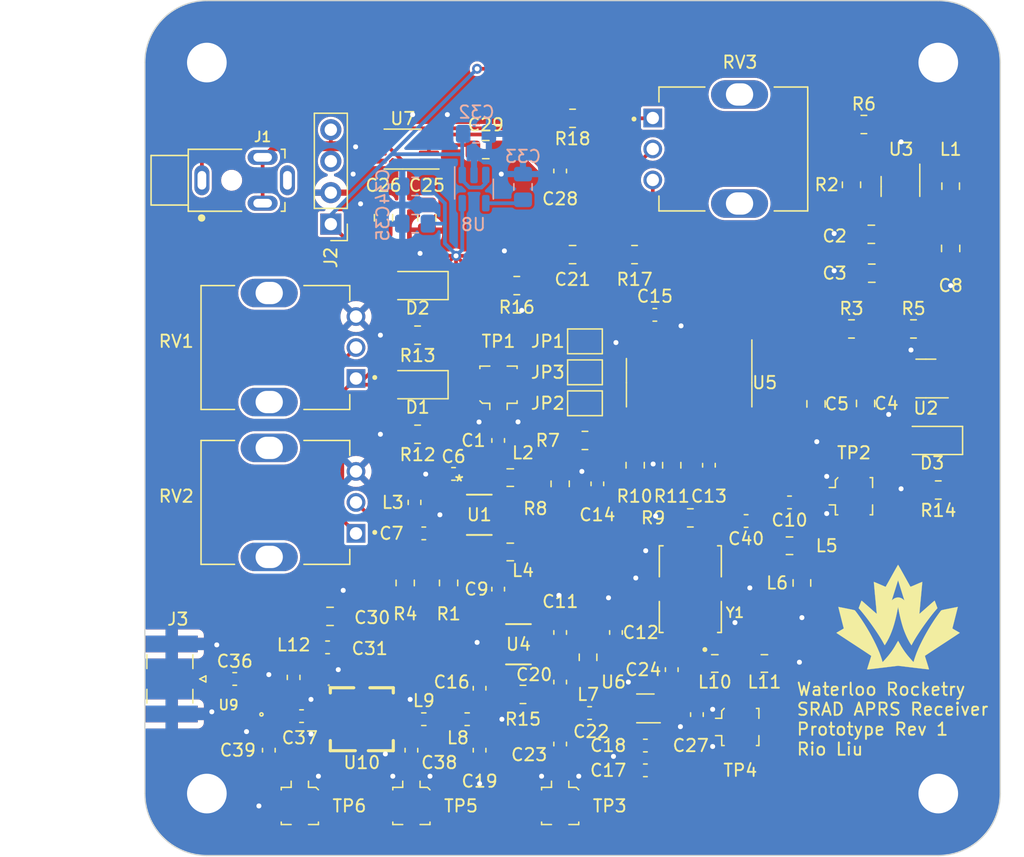
<source format=kicad_pcb>
(kicad_pcb (version 20221018) (generator pcbnew)
  (layers (0 "F.Cu" signal) (31 "B.Cu" signal) (34 "B.Paste" user) (35 "F.Paste" user) (36 "B.SilkS" user "B.Silkscreen") (37 "F.SilkS" user "F.Silkscreen") (38 "B.Mask" user) (39 "F.Mask" user) (44 "Edge.Cuts" user))
  (net 0 "")
  (net 1 "Net-(U1-OUT+)")
  (net 2 "Net-(U2-EN)")
  (net 3 "GND")
  (net 4 "+6V")
  (net 5 "+3V3")
  (net 6 "Net-(U1-TUNE)")
  (net 7 "+5V")
  (net 8 "Net-(U1-OUT-)")
  (net 9 "Net-(TP1-In)")
  (net 10 "Net-(TP2-In)")
  (net 11 "Net-(Y1-OUT{slash}IN)")
  (net 12 "Net-(U5-SigIn)")
  (net 13 "Net-(U5-VCOin)")
  (net 14 "Net-(C14-Pad2)")
  (net 15 "Net-(U5-C1)")
  (net 16 "Net-(U5-C2)")
  (net 17 "Net-(C16-Pad1)")
  (net 18 "Net-(U4-RFIN)")
  (net 19 "Net-(U4-IFOUT)")
  (net 20 "Net-(C20-Pad2)")
  (net 21 "Net-(C21-Pad1)")
  (net 22 "Net-(U5-SFout)")
  (net 23 "Net-(C22-Pad2)")
  (net 24 "Net-(TP3-In)")
  (net 25 "Net-(C24-Pad1)")
  (net 26 "Net-(Y1-IN{slash}OUT)")
  (net 27 "Net-(TP4-In)")
  (net 28 "Net-(U7--)")
  (net 29 "/AFOUT_N")
  (net 30 "Net-(U7-+)")
  (net 31 "Net-(U8-BP)")
  (net 32 "Net-(J3-In)")
  (net 33 "Net-(U9-IN)")
  (net 34 "Net-(U9-OUT)")
  (net 35 "Net-(U10-IN)")
  (net 36 "Net-(U10-OUT)")
  (net 37 "Net-(TP5-In)")
  (net 38 "Net-(TP6-In)")
  (net 39 "Net-(D1-K)")
  (net 40 "Net-(D2-K)")
  (net 41 "Net-(D3-K)")
  (net 43 "/AFOUT_P")
  (net 44 "Net-(JP1-A)")
  (net 45 "Net-(JP1-B)")
  (net 46 "Net-(JP2-A)")
  (net 47 "Net-(JP3-A)")
  (net 48 "Net-(U3-SW)")
  (net 49 "Net-(U1-IND)")
  (net 50 "Net-(L5-Pad2)")
  (net 51 "Net-(L8-Pad2)")
  (net 52 "Net-(L10-Pad2)")
  (net 53 "Net-(R1-Pad1)")
  (net 54 "Net-(U3-FB)")
  (net 55 "Net-(U2-ADJ)")
  (net 56 "Net-(R4-Pad1)")
  (net 57 "Net-(U5-R1)")
  (net 58 "Net-(U5-R2)")
  (net 59 "Net-(R17-Pad2)")
  (net 60 "Net-(R18-Pad1)")
  (net 62 "Net-(U5-FOUT)")
  (net 63 "Net-(U4-LO)")
  (net 64 "Net-(C10-Pad2)")
  (footprint "Capacitor_SMD:C_0603_1608Metric_Pad1.08x0.95mm_HandSolder" (layer "F.Cu") (at 93.375 141.125 180)
    (fp_text reference "C18")
    (fp_text value "470pF")
  )
  (footprint "Connector_Coaxial:U.FL_Molex_MCRF_73412-0110_Vertical" (layer "F.Cu") (at 101.03125 139.625 -90)
    (fp_text reference "TP4")
    (fp_text value "Conn_Coaxial")
  )
  (footprint "Capacitor_SMD:C_0805_2012Metric_Pad1.18x1.45mm_HandSolder" (layer "F.Cu") (at 111.6375 103 180)
    (fp_text reference "C3")
    (fp_text value "10uF")
  )
  (footprint "Capacitor_SMD:C_0603_1608Metric_Pad1.08x0.95mm_HandSolder" (layer "F.Cu") (at 91 132 90)
    (fp_text reference "C12")
    (fp_text value "1nF")
  )
  (footprint "Resistor_SMD:R_0805_2012Metric_Pad1.20x1.40mm_HandSolder" (layer "F.Cu") (at 117 120.5 180)
    (fp_text reference "R14")
    (fp_text value "600")
  )
  (footprint "Jumper:SolderJumper-2_P1.3mm_Open_TrianglePad1.0x1.5mm" (layer "F.Cu") (at 88.5 113.5 180)
    (fp_text reference "JP2")
    (fp_text value "SolderJumper_2_Bridged")
  )
  (footprint "Resistor_SMD:R_0805_2012Metric_Pad1.20x1.40mm_HandSolder" (layer "F.Cu") (at 77.5 128 90)
    (fp_text reference "R1")
    (fp_text value "100k")
  )
  (footprint "Capacitor_SMD:C_0603_1608Metric_Pad1.08x0.95mm_HandSolder" (layer "F.Cu") (at 95.5 135 90)
    (fp_text reference "C24")
    (fp_text value "24pF")
  )
  (footprint "Resistor_SMD:R_0805_2012Metric_Pad1.20x1.40mm_HandSolder" (layer "F.Cu") (at 88.5 116.5)
    (fp_text reference "R7")
    (fp_text value "47k")
  )
  (footprint "Capacitor_SMD:C_0603_1608Metric_Pad1.08x0.95mm_HandSolder" (layer "F.Cu") (at 74.5 141.5 -90)
    (fp_text reference "C38")
    (fp_text value "1nF")
  )
  (footprint "Inductor_SMD:L_0805_2012Metric_Pad1.15x1.40mm_HandSolder" (layer "F.Cu") (at 118 95.975 90)
    (fp_text reference "L1")
    (fp_text value "10uH")
  )
  (footprint "Capacitor_SMD:C_0603_1608Metric_Pad1.08x0.95mm_HandSolder" (layer "F.Cu") (at 63 141.5 90)
    (fp_text reference "C39")
    (fp_text value "1nF")
  )
  (footprint "Inductor_SMD:L_0603_1608Metric_Pad1.05x0.95mm_HandSolder" (layer "F.Cu") (at 74.75 121.5 -90)
    (fp_text reference "L3")
    (fp_text value "15nH")
  )
  (footprint "Inductor_SMD:L_0805_2012Metric_Pad1.15x1.40mm_HandSolder" (layer "F.Cu") (at 82.475 119.5)
    (fp_text reference "L2")
    (fp_text value "68nH")
  )
  (footprint "Capacitor_SMD:C_0603_1608Metric_Pad1.08x0.95mm_HandSolder" (layer "F.Cu") (at 97.53125 138.625 -90)
    (fp_text reference "C27")
    (fp_text value "1nF")
  )
  (footprint "Inductor_SMD:L_0805_2012Metric_Pad1.15x1.40mm_HandSolder" (layer "F.Cu") (at 82.475 125.5 180)
    (fp_text reference "L4")
    (fp_text value "68nH")
  )
  (footprint "Resistor_SMD:R_0805_2012Metric_Pad1.20x1.40mm_HandSolder" (layer "F.Cu") (at 75 108 180)
    (fp_text reference "R13")
    (fp_text value "500")
  )
  (footprint "Capacitor_SMD:C_0805_2012Metric_Pad1.18x1.45mm_HandSolder" (layer "F.Cu") (at 111.1375 113.5125 -90)
    (fp_text reference "C4")
    (fp_text value "1uF")
  )
  (footprint "Capacitor_SMD:C_0805_2012Metric_Pad1.18x1.45mm_HandSolder" (layer "F.Cu") (at 72.25 98.525 -90)
    (fp_text reference "C26")
    (fp_text value "10uF")
  )
  (footprint "Capacitor_SMD:C_0603_1608Metric_Pad1.08x0.95mm_HandSolder" (layer "F.Cu") (at 80 136.5 90)
    (fp_text reference "C16")
    (fp_text value "270pF")
  )
  (footprint "Resistor_SMD:R_0805_2012Metric_Pad1.20x1.40mm_HandSolder" (layer "F.Cu") (at 97 122.75 180)
    (fp_text reference "R9")
    (fp_text value "2k")
  )
  (footprint "Capacitor_SMD:C_0603_1608Metric_Pad1.08x0.95mm_HandSolder" (layer "F.Cu") (at 77.9 119.2 180)
    (fp_text reference "C6")
    (fp_text value "100pF")
  )
  (footprint "Inductor_SMD:L_0805_2012Metric_Pad1.15x1.40mm_HandSolder" (layer "F.Cu") (at 105 125)
    (fp_text reference "L5")
    (fp_text value "1.2uH")
  )
  (footprint "Jumper:SolderJumper-2_P1.3mm_Open_TrianglePad1.0x1.5mm" (layer "F.Cu") (at 88.5 111 180)
    (fp_text reference "JP3")
    (fp_text value "SolderJumper_2_Open")
  )
  (footprint "Capacitor_SMD:C_0603_1608Metric_Pad1.08x0.95mm_HandSolder" (layer "F.Cu") (at 86.5 94.75 90)
    (fp_text reference "C28")
    (fp_text value "24pF")
  )
  (footprint "Connector_Coaxial:U.FL_Molex_MCRF_73412-0110_Vertical" (layer "F.Cu") (at 81.525 112)
    (fp_text reference "TP1")
    (fp_text value "Conn_Coaxial")
  )
  (footprint "Resistor_SMD:R_0805_2012Metric_Pad1.20x1.40mm_HandSolder" (layer "F.Cu") (at 83.5 137 180)
    (fp_text reference "R15")
    (fp_text value "DNI")
  )
  (footprint "Connector_Coaxial:U.FL_Molex_MCRF_73412-0110_Vertical" (layer "F.Cu") (at 65.5 146 180)
    (fp_text reference "TP6")
    (fp_text value "Conn_Coaxial")
  )
  (footprint "Capacitor_SMD:C_0805_2012Metric_Pad1.18x1.45mm_HandSolder" (layer "F.Cu") (at 118 101 -90)
    (fp_text reference "C8")
    (fp_text value "10uF")
  )
  (footprint "Capacitor_SMD:C_0603_1608Metric_Pad1.08x0.95mm_HandSolder" (layer "F.Cu") (at 81.5 128.5 -90)
    (fp_text reference "C9")
    (fp_text value "1pF")
  )
  (footprint "Capacitor_SMD:C_0603_1608Metric_Pad1.08x0.95mm_HandSolder" (layer "F.Cu") (at 67.7375 133.2 180)
    (fp_text reference "C31")
    (fp_text value "100pF")
  )
  (footprint "PSA4-5043:PSA4-5043" (layer "F.Cu") (at 62.15 137.85 90)
    (fp_text reference "U9")
    (fp_text value "PSA4-5043")
  )
  (footprint "LED_SMD:LED_1206_3216Metric_Pad1.42x1.75mm_HandSolder" (layer "F.Cu") (at 75 104 180)
    (fp_text reference "D2")
    (fp_text value "LED")
  )
  (footprint "Inductor_SMD:L_0805_2012Metric_Pad1.15x1.40mm_HandSolder" (layer "F.Cu") (at 98.975 134.5)
    (fp_text reference "L10")
    (fp_text value "1.2uH")
  )
  (footprint "MAX2608EUT:21-0058I_MXM" (layer "F.Cu") (at 79.975 122.5)
    (fp_text reference "U1")
    (fp_text value "MAX2608EUT+T")
  )
  (footprint "Capacitor_SMD:C_0603_1608Metric_Pad1.08x0.95mm_HandSolder" (layer "F.Cu") (at 86.5 132 90)
    (fp_text reference "C11")
    (fp_text value "1nF")
  )
  (footprint "Inductor_SMD:L_0603_1608Metric_Pad1.05x0.95mm_HandSolder" (layer "F.Cu") (at 79 139 180)
    (fp_text reference "L8")
    (fp_text value "43nH")
  )
  (footprint "Capacitor_SMD:C_0603_1608Metric_Pad1.08x0.95mm_HandSolder" (layer "F.Cu") (at 88.875 138.5)
    (fp_text reference "C22")
    (fp_text value "1nF")
  )
  (footprint "MountingHole:MountingHole_3.2mm_M3_Pad_TopBottom" (layer "F.Cu") (at 58 145)
    (fp_text reference "H4" hide)
    (fp_text value "MountingHole_Pad")
  )
  (footprint "Package_TO_SOT_SMD:SOT-23-5" (layer "F.Cu") (at 116 111.5 180)
    (fp_text reference "U2")
    (fp_text value "SPX3819M5-L")
  )
  (footprint "Capacitor_SMD:C_0805_2012Metric_Pad1.18x1.45mm_HandSolder" (layer "F.Cu") (at 80.5 93.025 180)
    (fp_text reference "C29")
    (fp_text value "0.47uF")
  )
  (footprint "LED_SMD:LED_1206_3216Metric_Pad1.42x1.75mm_HandSolder" (layer "F.Cu") (at 116.5 116.5 180)
    (fp_text reference "D3")
    (fp_text value "LED")
  )
  (footprint "Connector_Coaxial:U.FL_Molex_MCRF_73412-0110_Vertical" (layer "F.Cu") (at 110.2 121 -90)
    (fp_text reference "TP2")
    (fp_text value "Conn_Coaxial")
  )
  (footprint "Resistor_SMD:R_0805_2012Metric_Pad1.20x1.40mm_HandSolder" (layer "F.Cu") (at 74 128 90)
    (fp_text reference "R4")
    (fp_text value "1M")
  )
  (footprint "Resistor_SMD:R_0805_2012Metric_Pad1.20x1.40mm_HandSolder" (layer "F.Cu") (at 92.55 118.5 90)
    (fp_text reference "R10")
    (fp_text value "10k")
  )
  (footprint "Capacitor_SMD:C_0805_2012Metric_Pad1.18x1.45mm_HandSolder" (layer "F.Cu") (at 87.5 101.5 180)
    (fp_text reference "C21")
    (fp_text value "0.1uF")
  )
  (footprint "Inductor_SMD:L_0603_1608Metric_Pad1.05x0.95mm_HandSolder" (layer "F.Cu") (at 75.5 139 180)
    (fp_text reference "L9")
    (fp_text value "43nH")
  )
  (footprint "Package_SO:MSOP-8_3x3mm_P0.65mm" (layer "F.Cu") (at 73.8 92.981249 180)
    (fp_text reference "U7")
    (fp_text value "IS31AP4991A")
  )
  (footprint "Resistor_SMD:R_0805_2012Metric_Pad1.20x1.40mm_HandSolder" (layer "F.Cu") (at 75 116 180)
    (fp_text reference "R12")
    (fp_text value "330")
  )
  (footprint "Resistor_SMD:R_0805_2012Metric_Pad1.20x1.40mm_HandSolder" (layer "F.Cu") (at 110 95.8625 90)
    (fp_text reference "R2")
    (fp_text value "330k")
  )
  (footprint "Team_Logo:Logo_SilkScreen_10mm" (layer "F.Cu") (at 113.75 130.75)
    (fp_text reference "G***" hide)
    (fp_text value "LOGO" hide)
  )
  (footprint "Capacitor_SMD:C_0603_1608Metric_Pad1.08x0.95mm_HandSolder" (layer "F.Cu") (at 75.5 124 180)
    (fp_text reference "C7")
    (fp_text value "1nF")
  )
  (footprint "filter:XTAL_ECS-96SMF21A30" (layer "F.Cu") (at 97 128.5 90)
    (fp_text reference "Y1")
    (fp_text value "ECS-96SMF21A30")
  )
  (footprint "MountingHole:MountingHole_3.2mm_M3_Pad_TopBottom" (layer "F.Cu") (at 117 145)
    (fp_text reference "H3" hide)
    (fp_text value "MountingHole_Pad")
  )
  (footprint "Resistor_SMD:R_0805_2012Metric_Pad1.20x1.40mm_HandSolder" (layer "F.Cu") (at 92.5 101.5)
    (fp_text reference "R17")
    (fp_text value "2k")
  )
  (footprint "Jumper:SolderJumper-2_P1.3mm_Open_TrianglePad1.0x1.5mm" (layer "F.Cu") (at 88.5 108.5 180)
    (fp_text reference "JP1")
    (fp_text value "SolderJumper_2_Open")
  )
  (footprint "Resistor_SMD:R_0805_2012Metric_Pad1.20x1.40mm_HandSolder" (layer "F.Cu") (at 110 107.5)
    (fp_text reference "R3")
    (fp_text value "162k")
  )
  (footprint "Capacitor_SMD:C_0805_2012Metric_Pad1.18x1.45mm_HandSolder" (layer "F.Cu") (at 111.6 99.8625 180)
    (fp_text reference "C2")
    (fp_text value "10uF")
  )
  (footprint "Capacitor_SMD:C_0603_1608Metric_Pad1.08x0.95mm_HandSolder" (layer "F.Cu") (at 86.5 141 -90)
    (fp_text reference "C23")
    (fp_text value "1nF")
  )
  (footprint "LED_SMD:LED_1206_3216Metric_Pad1.42x1.75mm_HandSolder" (layer "F.Cu") (at 75 112 180)
    (fp_text reference "D1")
    (fp_text value "LED")
  )
  (footprint "SJ1_2503A:CUI_SJ1-2503A" (layer "F.Cu") (at 57.6 95.5 90)
    (fp_text reference "J1")
    (fp_text value "AudioJack3")
  )
  (footprint "MAX2680:21-0058I_MXM" (layer "F.Cu") (at 83.13475 132.950001)
    (fp_text reference "U4")
    (fp_text value "MAX2680AUT+")
  )
  (footprint "Capacitor_SMD:C_0603_1608Metric_Pad1.08x0.95mm_HandSolder" (layer "F.Cu") (at 98.5 118.5 90)
    (fp_text reference "C13")
    (fp_text value "1nF")
  )
  (footprint "Capacitor_SMD:C_0603_1608Metric_Pad1.08x0.95mm_HandSolder" (layer "F.Cu") (at 94.1375 106.3625 180)
    (fp_text reference "C15")
    (fp_text value "43pF")
  )
  (footprint "Connector_Coaxial:SMA_Samtec_SMA-J-P-X-ST-EM1_EdgeMount" (layer "F.Cu") (at 55.1625 135.75 -90)
    (fp_text reference "J3")
    (fp_text value "Conn_Coaxial")
  )
  (footprint "filter:FILTER-SMD_8P-L5.0-W5.0-BL" (layer "F.Cu") (at 70.5 139 -90)
    (fp_text reference "U10")
    (fp_text value "TA0411A")
  )
  (footprint "Capacitor_SMD:C_0805_2012Metric_Pad1.18x1.45mm_HandSolder" (layer "F.Cu") (at 107.1375 113.55 -90)
    (fp_text reference "C5")
    (fp_text value "0.1uF")
  )
  (footprint "TRIM_PT01:TRIM_PT01-D120K2-B103" (layer "F.Cu") (at 63.0305 121.5 90)
    (fp_text reference "RV2")
    (fp_text value "10k")
  )
  (footprint "Capacitor_SMD:C_0603_1608Metric_Pad1.08x0.95mm_HandSolder" (layer "F.Cu") (at 93.375 143.125 180)
    (fp_text reference "C17")
    (fp_text value "1nF")
  )
  (footprint "Connector_Coaxial:U.FL_Molex_MCRF_73412-0110_Vertical" (layer "F.Cu") (at 86.5 146 180)
    (fp_text reference "TP3")
    (fp_text value "Conn_Coaxial")
  )
  (footprint "Capacitor_SMD:C_0603_1608Metric_Pad1.08x0.95mm_HandSolder" (layer "F.Cu") (at 80 141.5 -90)
    (fp_text reference "C19")
    (fp_text value "DNI")
  )
  (footprint "Capacitor_SMD:C_0603_1608Metric_Pad1.08x0.95mm_HandSolder" (layer "F.Cu") (at 86.5 136 -90)
    (fp_text reference "C20")
    (fp_text value "32pF")
  )
  (footprint "Capacitor_SMD:C_0603_1608Metric_Pad1.08x0.95mm_HandSolder" (layer "F.Cu") (at 81.5 116.5 90)
    (fp_text reference "C1")
    (fp_text value "1pF")
  )
  (footprint "Capacitor_SMD:C_0603_1608Metric_Pad1.08x0.95mm_HandSolder" (layer "F.Cu") (at 105 121.5 180)
    (fp_text reference "C10")
    (fp_text value "24pF")
  )
  (footprint "Resistor_SMD:R_0805_2012Metric_Pad1.20x1.40mm_HandSolder" (layer "F.Cu") (at 115 107.5)
    (fp_text reference "R5")
    (fp_text value "42.2k")
  )
  (footprint "Inductor_SMD:L_0603_1608Metric_Pad1.05x0.95mm_HandSolder" (layer "F.Cu") (at 65 135.625 -90)
    (fp_text reference "L12")
    (fp_text value "1.5uH")
  )
  (footprint "Resistor_SMD:R_0805_2012Metric_Pad1.20x1.40mm_HandSolder" (layer "F.Cu") (at 86.5 120 90)
    (fp_text reference "R8")
    (fp_text value "0R")
  )
  (footprint "Inductor_SMD:L_0805_2012Metric_Pad1.15x1.40mm_HandSolder" (layer "F.Cu") (at 102.975 134.5)
    (fp_text reference "L11")
    (fp_text value "1.2uH")
  )
  (footprint "Inductor_SMD:L_0805_2012Metric_Pad1.15x1.40mm_HandSolder" (layer "F.Cu") (at 106 128 -90)
    (fp_text reference "L6")
    (fp_text value "1.2uH")
  )
  (footprint "MountingHole:MountingHole_3.2mm_M3_Pad_TopBottom" (layer "F.Cu") (at 117 86)
    (fp_text reference "H2" hide)
    (fp_text value "MountingHole_Pad")
  )
  (footprint "TRIM_PT01:TRIM_PT01-D120K2-B103" (layer "F.Cu") (at 100.9695 92.975 -90)
    (fp_text reference "RV3")
    (fp_text value "10k")
  )
  (footprint "MountingHole:MountingHole_3.2mm_M3_Pad_TopBottom" (layer "F.Cu") (at 58 86)
    (fp_text reference "H1" hide)
    (fp_text value "MountingHole_Pad")
  )
  (footprint "Capacitor_SMD:C_0603_1608Metric_Pad1.08x0.95mm_HandSolder" (layer "F.Cu") (at 65.6375 138.75)
    (fp_text reference "C37")
    (fp_text value "1nF")
  )
  (footprint "Resistor_SMD:R_0805_2012Metric_Pad1.20x1.40mm_HandSolder" (layer "F.Cu") (at 83 104 180)
    (fp_text reference "R16")
    (fp_text value "100k")
  )
  (footprint "Capacitor_SMD:C_0603_1608Metric_Pad1.08x0.95mm_HandSolder" (layer "F.Cu") (at 60.25 135.75)
    (fp_text reference "C36")
    (fp_text value "1nF")
  )
  (footprint "Package_TO_SOT_SMD:SOT-23-6" (layer "F.Cu") (at 113.95 96 -90)
    (fp_text reference "U3")
    (fp_text value "TLV61046ADB")
  )
  (footprint "TRIM_PT01:TRIM_PT01-D120K2-B103" (layer "F.Cu") (at 63.0305 109 90)
    (fp_text reference "RV1")
    (fp_text value "10k")
  )
  (footprint "Capacitor_SMD:C_0603_1608Metric_Pad1.08x0.95mm_HandSolder" (layer "F.Cu") (at 89.5 120 -90)
    (fp_text reference "C14")
    (fp_text value "470pF")
  )
  (footprint "Connector_Coaxial:U.FL_Molex_MCRF_73412-0110_Vertical" (layer "F.Cu") (at 74.5 146 180)
    (fp_text reference "TP5")
    (fp_text value "Conn_Coaxial")
  )
  (footprint "Resistor_SMD:R_0805_2012Metric_Pad1.20x1.40mm_HandSolder" (layer "F.Cu") (at 87.5 90.5 180)
    (fp_text reference "R18")
    (fp_text value "330k")
  )
  (footprint "Capacitor_SMD:C_0603_1608Metric_Pad1.08x0.95mm_HandSolder" (layer "F.Cu") (at 101.5 123 180)
    (fp_text reference "C40")
    (fp_text value "1nF")
  )
  (footprint "Capacitor_SMD:C_0805_2012Metric_Pad1.18x1.45mm_HandSolder" (layer "F.Cu") (at 67.9375 130.7 180)
    (fp_text reference "C30")
    (fp_text value "0.1uF")
  )
  (footprint "Package_TO_SOT_SMD:SOT-363_SC-70-6_Handsoldering" (layer "F.Cu") (at 93.375 138.125 180)
    (fp_text reference "U6")
    (fp_text value "BGA2802")
  )
  (footprint "Resistor_SMD:R_0805_2012Metric_Pad1.20x1.40mm_HandSolder" (layer "F.Cu") (at 111 91)
    (fp_text reference "R6")
    (fp_text value "42.2k")
  )
  (footprint "Inductor_SMD:L_0805_2012Metric_Pad1.15x1.40mm_HandSolder" (layer "F.Cu") (at 88.75 134 -90)
    (fp_text reference "L7")
    (fp_text value "1.8uH")
  )
  (footprint "Capacitor_SMD:C_0805_2012Metric_Pad1.18x1.45mm_HandSolder" (layer "F.Cu") (at 75.75 98.525 -90)
    (fp_text reference "C25")
    (fp_text value "1uF")
  )
  (footprint "Resistor_SMD:R_0805_2012Metric_Pad1.20x1.40mm_HandSolder" (layer "F.Cu") (at 95.5 118.5 90)
    (fp_text reference "R11")
    (fp_text value "10k")
  )
  (footprint "Package_SO:SOIC-16_3.9x9.9mm_P1.27mm" (layer "F.Cu") (at 96.905 111.8375 -90)
    (fp_text reference "U5")
    (fp_text value "CD74HC4046A")
  )
  (footprint "Connector_PinHeader_2.54mm:PinHeader_1x04_P2.54mm_Vertical" (layer "F.Cu") (at 68 99.04 180)
    (fp_text reference "J2")
    (fp_text value "Conn_01x04")
  )
  (footprint "Capacitor_SMD:C_0805_2012Metric_Pad1.18x1.45mm_HandSolder" (layer "B.Cu") (at 79.7125 91.75)
    (fp_text reference "C32")
    (fp_text value "0.1uF")
  )
  (footprint "Capacitor_SMD:C_0805_2012Metric_Pad1.18x1.45mm_HandSolder" (layer "B.Cu") (at 74.8 96 180)
    (fp_text reference "C34")
    (fp_text value "10uF")
  )
  (footprint "Capacitor_SMD:C_0805_2012Metric_Pad1.18x1.45mm_HandSolder" (layer "B.Cu") (at 83.5 96.0375 90)
    (fp_text reference "C33")
    (fp_text value "10nF")
  )
  (footprint "Capacitor_SMD:C_0805_2012Metric_Pad1.18x1.45mm_HandSolder" (layer "B.Cu") (at 74.8 99 180)
    (fp_text reference "C35")
    (fp_text value "1uF")
  )
  (footprint "Package_TO_SOT_SMD:SOT-23-5" (layer "B.Cu") (at 79.55 96.2125 -90)
    (fp_text reference "U8")
    (fp_text value "SPX3819M5-L-3-3")
  )
  (gr_arc (start 58 150) (mid 54.464466 148.535534) (end 53 145) (stroke (width 0.1)) (layer "Edge.Cuts"))
  (gr_line (start 122 145) (end 122 86) (stroke (width 0.1)) (layer "Edge.Cuts"))
  (gr_line (start 53 86) (end 53 145) (stroke (width 0.1)) (layer "Edge.Cuts"))
  (gr_line (start 117 81) (end 58 81) (stroke (width 0.1)) (layer "Edge.Cuts"))
  (gr_arc (start 122 145) (mid 120.535534 148.535534) (end 117 150) (stroke (width 0.1)) (layer "Edge.Cuts"))
  (gr_arc (start 53 86) (mid 54.464466 82.464466) (end 58 81) (stroke (width 0.1)) (layer "Edge.Cuts"))
  (gr_arc (start 117 81) (mid 120.535534 82.464466) (end 122 86) (stroke (width 0.1)) (layer "Edge.Cuts"))
  (gr_line (start 58 150) (end 117 150) (stroke (width 0.1)) (layer "Edge.Cuts"))
  (gr_text "Waterloo Rocketry\nSRAD APRS Receiver\nPrototype Rev 1\nRio Liu" (at 105.5 142) (layer "F.SilkS") (effects (font (size 1 1)) (justify left bottom)))
  (segment (start 81.5 117.3625) (end 81.5 119.45) (width 0.8887) (layer "F.Cu") (net 1))
  (segment (start 81.5 119.45) (end 81.45 119.5) (width 0.8887) (layer "F.Cu") (net 1))
  (segment (start 81.34025 119.60975) (end 81.45 119.5) (width 0.8887) (layer "F.Cu") (net 1))
  (segment (start 81.34025 121.549999) (end 81.34025 119.60975) (width 0.8887) (layer "F.Cu") (net 1))
  (segment (start 113.95 103.794544) (end 118.6 108.444544) (width 0.3) (layer "F.Cu") (net 2))
  (segment (start 113.95 99.8) (end 113.95 103) (width 0.3) (layer "F.Cu") (net 2))
  (segment (start 112.6375 99.8625) (end 113.8875 99.8625) (width 0.3) (layer "F.Cu") (net 2))
  (segment (start 118.6 108.444544) (end 118.6 110.6) (width 0.3) (layer "F.Cu") (net 2))
  (segment (start 113.8875 99.8625) (end 113.95 99.8) (width 0.3) (layer "F.Cu") (net 2))
  (segment (start 113.95 97.1375) (end 113.95 98.4) (width 0.3) (layer "F.Cu") (net 2))
  (segment (start 113.95 103) (end 113.95 103.794544) (width 0.3) (layer "F.Cu") (net 2))
  (segment (start 113.95 98.4) (end 113.95 99.8) (width 0.3) (layer "F.Cu") (net 2))
  (segment (start 117.1375 110.55) (end 118.55 110.55) (width 0.3) (layer "F.Cu") (net 2))
  (segment (start 117.799999 112.45) (end 117.1375 112.45) (width 0.3) (layer "F.Cu") (net 2))
  (segment (start 112.675 103) (end 113.95 103) (width 0.3) (layer "F.Cu") (net 2))
  (segment (start 118.6 110.6) (end 118.6 111.649999) (width 0.3) (layer "F.Cu") (net 2))
  (segment (start 111.5375 98.4) (end 113.95 98.4) (width 0.3) (layer "F.Cu") (net 2))
  (segment (start 118.6 111.649999) (end 117.799999 112.45) (width 0.3) (layer "F.Cu") (net 2))
  (segment (start 118.55 110.55) (end 118.6 110.6) (width 0.3) (layer "F.Cu") (net 2))
  (segment (start 110 96.8625) (end 111.5375 98.4) (width 0.3) (layer "F.Cu") (net 2))
  (segment (start 77.0375 119.2) (end 75.6 119.2) (width 0.3) (layer "F.Cu") (net 3))
  (segment (start 72.364999 140.069977) (end 70.530023 140.069977) (width 0.5) (layer "F.Cu") (net 3))
  (segment (start 74.6375 124) (end 74.6375 122.4875) (width 0.3) (layer "F.Cu") (net 3))
  (segment (start 61.25 138.5) (end 61.35 138.5) (width 0.5) (layer "F.Cu") (net 3))
  (segment (start 62.5 137.35) (end 63.05 137.35) (width 0.5) (layer "F.Cu") (net 3))
  (segment (start 61.35 138.5) (end 62.5 137.35) (width 0.5) (layer "F.Cu") (net 3))
  (segment (start 70.370003 137.529972) (end 70.5 137.399975) (width 0.5) (layer "F.Cu") (net 3))
  (segment (start 76.8 122.5) (end 74.875 122.5) (width 0.3) (layer "F.Cu") (net 3))
  (segment (start 68.635001 140.069977) (end 70.269977 140.069977) (width 0.5) (layer "F.Cu") (net 3))
  (segment (start 78.60975 122.5) (end 76.8 122.5) (width 0.3) (layer "F.Cu") (net 3))
  (segment (start 74.875 122.5) (end 74.75 122.375) (width 0.3) (layer "F.Cu") (net 3))
  (segment (start 72.364999 137.529972) (end 70.629997 137.529972) (width 0.5) (layer "F.Cu") (net 3))
  (segment (start 74.6375 122.4875) (end 74.75 122.375) (width 0.3) (layer "F.Cu") (net 3))
  (segment (start 70.629997 137.529972) (end 70.5 137.399975) (width 0.5) (layer "F.Cu") (net 3))
  (segment (start 70.5 137.399975) (end 70.5 140.599975) (width 0.5) (layer "F.Cu") (net 3))
  (segment (start 70.269977 140.069977) (end 70.4 140.2) (width 0.5) (layer "F.Cu") (net 3))
  (segment (start 68.635001 137.529972) (end 70.370003 137.529972) (width 0.5) (layer "F.Cu") (net 3))
  (segment (start 70.530023 140.069977) (end 70.4 140.2) (width 0.5) (layer "F.Cu") (net 3))
  (via (at 81.8 139) (size 0.8) (drill 0.4) (layers "F.Cu" "B.Cu") (net 3))
  (via (at 91 108.6) (size 0.8) (drill 0.4) (layers "F.Cu" "B.Cu") (net 3))
  (via (at 86.4 129) (size 0.8) (drill 0.4) (layers "F.Cu" "B.Cu") (net 3))
  (via (at 76.8 122.5) (size 0.8) (drill 0.4) (layers "F.Cu" "B.Cu") (net 3))
  (via (at 88 143.6) (size 0.8) (drill 0.4) (layers "F.Cu" "B.Cu") (net 3))
  (via (at 68.6 135) (size 0.8) (drill 0.4) (layers "F.Cu" "B.Cu") (net 3))
  (via (at 106 130.8) (size 0.8) (drill 0.4) (layers "F.Cu" "B.Cu") (net 3))
  (via (at 72.4 141.8) (size 0.8) (drill 0.4) (layers "F.Cu" "B.Cu") (net 3))
  (via (at 73 143.6) (size 0.8) (drill 0.4) (layers "F.Cu" "B.Cu") (net 3))
  (via (at 90.4 129.2) (size 0.8) (drill 0.4) (layers "F.Cu" "B.Cu") (net 3))
  (via (at 79.956799 115.00854) (size 0.8) (drill 0.4) (layers "F.Cu" "B.Cu") (net 3))
  (via (at 96.2 139.6) (size 0.8) (drill 0.4) (layers "F.Cu" "B.Cu") (net 3))
  (via (at 101.8 128.4) (size 0.8) (drill 0.4) (layers "F.Cu" "B.Cu") (net 3))
  (via (at 88.25 119) (size 0.8) (drill 0.4) (layers "F.Cu" "B.Cu") (net 3))
  (via (at 94.2 122.6) (size 0.8) (drill 0.4) (layers "F.Cu" "B.Cu") (net 3))
  (via (at 81.75 95) (size 0.8) (drill 0.4) (layers "F.Cu" "B.Cu") (net 3))
  (via (at 105.8 134.4) (size 0.8) (drill 0.4) (layers "F.Cu" "B.Cu") (net 3))
  (via (at 58.4 138.4) (size 0.8) (drill 0.4) (layers "F.Cu" "B.Cu") (net 3))
  (via (at 96.25 107.25) (size 0.8) (drill 0.4) (layers "F.Cu" "B.Cu") (net 3))
  (via (at 98.8 141.2) (size 0.8) (drill 0.4) (layers "F.Cu" "B.Cu") (net 3))
  (via (at 67 143.6) (size 0.8) (drill 0.4) (layers "F.Cu" "B.Cu") (net 3))
  (via (at 100.6 131.2) (size 0.8) (drill 0.4) (layers "F.Cu" "B.Cu") (net 3))
  (via (at 69 128.6) (size 0.8) (drill 0.4) (layers "F.Cu" "B.Cu") (net 3))
  (via (at 75.653131 119.216259) (size 0.8) (drill 0.4) (layers "F.Cu" "B.Cu") (net 3))
  (via (at 66.4 137.4) (size 0.8) (drill 0.4) (layers "F.Cu" "B.Cu") (net 3))
  (via (at 69.8 95) (size 0.8) (drill 0.4) (layers "F.Cu" "B.Cu") (net 3))
  (via (at 83.4 106) (size 0.8) (drill 0.4) (layers "F.Cu" "B.Cu") (net 3))
  (via (at 114.8 109.2) (size 0.8) (drill 0.4) (layers "F.Cu" "B.Cu") (net 3))
  (via (at 58.8 133) (size 0.8) (drill 0.4) (layers "F.Cu" "B.Cu") (net 3))
  (via (at 75.2 101.4) (size 0.8) (drill 0.4) (layers "F.Cu" "B.Cu") (net 3))
  (via (at 77.4 90.2) (size 0.8) (drill 0.4) (layers "F.Cu" "B.Cu") (net 3))
  (via (at 118 104) (size 0.8) (drill 0.4) (layers "F.Cu" "B.Cu") (net 3))
  (via (at 83.1 115) (size 0.8) (drill 0.4) (layers "F.Cu" "B.Cu") (net 3))
  (via (at 114 120.4) (size 0.8) (drill 0.4) (layers "F.Cu" "B.Cu") (net 3))
  (via (at 98.8 138.2) (size 0.8) (drill 0.4) (layers "F.Cu" "B.Cu") (net 3))
  (via (at 63 135.4) (size 0.8) (drill 0.4) (layers "F.Cu" "B.Cu") (net 3))
  (via (at 72 108) (size 0.8) (drill 0.4) (layers "F.Cu" "B.Cu") (net 3))
  (via (at 94 118.4) (size 0.8) (drill 0.4) (layers "F.Cu" "B.Cu") (net 3))
  (via (at 92.6 127.6) (size 0.8) (drill 0.4) (layers "F.Cu" "B.Cu") (net 3))
  (via (at 114 92.4) (size 0.8) (drill 0.4) (layers "F.Cu" "B.Cu") (net 3))
  (via (at 74.6 90.2) (size 0.8) (drill 0.4) (layers "F.Cu" "B.Cu") (net 3))
  (via (at 108 119.4) (size 0.8) (drill 0.4) (layers "F.Cu" "B.Cu") (net 3))
  (via (at 62.2 146) (size 0.8) (drill 0.4) (layers "F.Cu" "B.Cu") (net 3))
  (via (at 79.8 132.8) (size 0.8) (drill 0.4) (layers "F.Cu" "B.Cu") (net 3))
  (via (at 61.2 140) (size 0.8) (drill 0.4) (layers "F.Cu" "B.Cu") (net 3))
  (via (at 72 116) (size 0.8) (drill 0.4) (layers "F.Cu" "B.Cu") (net 3))
  (via (at 93.4 125.4) (size 0.8) (drill 0.4) (layers "F.Cu" "B.Cu") (net 3))
  (via (at 108.6 102.8) (size 0.8) (drill 0.4) (layers "F.Cu" "B.Cu") (net 3))
  (via (at 74.4 137.4) (size 0.8) (drill 0.4) (layers "F.Cu" "B.Cu") (net 3))
  (via (at 70 92.8) (size 0.8) (drill 0.4) (layers "F.Cu" "B.Cu") (net 3))
  (via (at 85 143.6) (size 0.8) (drill 0.4) (layers "F.Cu" "B.Cu") (net 3))
  (via (at 70.4 97.4) (size 0.8) (drill 0.4) (layers "F.Cu" "B.Cu") (net 3))
  (via (at 82 101.2) (size 0.8) (drill 0.4) (layers "F.Cu" "B.Cu") (net 3))
  (via (at 113 114.4) (size 0.8) (drill 0.4) (layers "F.Cu" "B.Cu") (net 3))
  (via (at 76 143.6) (size 0.8) (drill 0.4) (layers "F.Cu" "B.Cu") (net 3))
  (via (at 108 122.4) (size 0.8) (drill 0.4) (layers "F.Cu" "B.Cu") (net 3))
  (via (at 107.2 116.6) (size 0.8) (drill 0.4) (layers "F.Cu" "B.Cu") (net 3))
  (via (at 80 144.2) (size 0.8) (drill 0.4) (layers "F.Cu" "B.Cu") (net 3))
  (via (at 66.4 140.2) (size 0.8) (drill 0.4) (layers "F.Cu" "B.Cu") (net 3))
  (via (at 108.6 99.8) (size 0.8) (drill 0.4) (layers "F.Cu" "B.Cu") (net 3))
  (via (at 92 136) (size 0.8) (drill 0.4) (layers "F.Cu" "B.Cu") (net 3))
  (via (at 90.8 142) (size 0.8) (drill 0.4) (layers "F.Cu" "B.Cu") (net 3))
  (segment (start 80.5 92.3375) (end 80.7625 92.075) (width 0.3) (layer "B.Cu") (net 3))
  (segment (start 101.35 113.05) (end 103.4 111) (width 0.3) (layer "F.Cu") (net 4))
  (segment (start 107.2 111) (end 109 111) (width 0.3) (layer "F.Cu") (net 4))
  (segment (start 109 111) (end 109 114.080456) (width 0.3) (layer "F.Cu") (net 4))
  (segment (start 107.1375 112.5125) (end 107.1375 111.0625) (width 0.3) (layer "F.Cu") (net 4))
  (segment (start 111.419544 116.5) (end 115.0125 116.5) (width 0.3) (layer "F.Cu") (net 4))
  (segment (start 109 107.5) (end 109 111) (width 0.3) (layer "F.Cu") (net 4))
  (segment (start 112.6 111) (end 114.05 112.45) (width 0.3) (layer "F.Cu") (net 4))
  (segment (start 109 111) (end 111.2 111) (width 0.3) (layer "F.Cu") (net 4))
  (segment (start 111.1375 112.475) (end 111.1375 111.0625) (width 0.3) (layer "F.Cu") (net 4))
  (segment (start 103.4 111) (end 107.2 111) (width 0.3) (layer "F.Cu") (net 4))
  (segment (start 114.05 112.45) (end 114.8625 112.45) (width 0.3) (layer "F.Cu") (net 4))
  (segment (start 111.1375 111.0625) (end 111.2 111) (width 0.3) (layer "F.Cu") (net 4))
  (segment (start 111.2 111) (end 112.6 111) (width 0.3) (layer "F.Cu") (net 4))
  (segment (start 109 114.080456) (end 111.419544 116.5) (width 0.3) (layer "F.Cu") (net 4))
  (segment (start 107.1375 111.0625) (end 107.2 111) (width 0.3) (layer "F.Cu") (net 4))
  (segment (start 101.35 114.3125) (end 101.35 113.05) (width 0.3) (layer "F.Cu") (net 4))
  (segment (start 81.34025 122.5) (end 80.5513 122.5) (width 0.3) (layer "F.Cu") (net 5))
  (segment (start 79.8 119.2) (end 79.9 119.1) (width 0.3) (layer "F.Cu") (net 5))
  (segment (start 81.34025 122.5) (end 82.1292 122.5) (width 0.3) (layer "F.Cu") (net 5))
  (segment (start 82.1292 122.5) (end 83.5 121.1292) (width 0.3) (layer "F.Cu") (net 5))
  (segment (start 94.2375 143.125) (end 94.125 143.125) (width 0.3) (layer "F.Cu") (net 5))
  (segment (start 86.412499 132.950001) (end 86.5 132.8625) (width 0.3) (layer "F.Cu") (net 5))
  (segment (start 85.45 122.05) (end 85.45 109.75) (width 0.3) (layer "F.Cu") (net 5))
  (segment (start 79.2 102.7) (end 79.2 105) (width 0.3) (layer "F.Cu") (net 5))
  (segment (start 85.45 109.75) (end 80.2 104.5) (width 0.3) (layer "F.Cu") (net 5))
  (segment (start 82.1292 122.5) (end 83.5 123.8708) (width 0.3) (layer "F.Cu") (net 5))
  (segment (start 71 104.6) (end 68.8 104.6) (width 0.3) (layer "F.Cu") (net 5))
  (segment (start 76.6 101.6) (end 75 103.2) (width 0.3) (layer "F.Cu") (net 5))
  (segment (start 66.9 130.7) (end 65.1 130.7) (width 0.3) (layer "F.Cu") (net 5))
  (segment (start 77.55 108.105456) (end 75.855456 109.8) (width 0.3) (layer "F.Cu") (net 5))
  (segment (start 80.5513 122.5) (end 79.9 121.8487) (width 0.3) (layer "F.Cu") (net 5))
  (segment (start 68.9265 122.896) (end 68.9265 112.604) (width 0.3) (layer "F.Cu") (net 5))
  (segment (start 75.855456 109.8) (end 72.4 109.8) (width 0.3) (layer "F.Cu") (net 5))
  (segment (start 70.7 111.5) (end 70.0305 111.5) (width 0.3) (layer "F.Cu") (net 5))
  (segment (start 78.1 101.6) (end 79.2 102.7) (width 0.3) (layer "F.Cu") (net 5))
  (segment (start 75 104.455456) (end 73.855456 105.6) (width 0.3) (layer "F.Cu") (net 5))
  (segment (start 67 106.4) (end 67 127.8) (width 0.3) (layer "F.Cu") (net 5))
  (segment (start 83.5 121.1292) (end 83.5 119.5) (width 0.3) (layer "F.Cu") (net 5))
  (segment (start 84.8 110.6) (end 84.8 123.4) (width 0.3) (layer "F.Cu") (net 5))
  (segment (start 83.5 123.8708) (end 83.5 125.5) (width 0.3) (layer "F.Cu") (net 5))
  (segment (start 78.1 115.8) (end 78.1 105.4) (width 0.3) (layer "F.Cu") (net 5))
  (segment (start 66.875 133.2) (end 65 133.2) (width 0.3) (layer "F.Cu") (net 5))
  (segment (start 93.4 141.125) (end 93.4 138.8) (width 0.3) (layer "F.Cu") (net 5))
  (segment (start 93.4 138.8) (end 93.4 130) (width 0.3) (layer "F.Cu") (net 5))
  (segment (start 65 134.75) (end 65 133.2) (width 0.3) (layer "F.Cu") (net 5))
  (segment (start 79.9 117.6) (end 78.1 115.8) (width 0.3) (layer "F.Cu") (net 5))
  (segment (start 70.5305 112) (end 70.0305 111.5) (width 0.3) (layer "F.Cu") (net 5))
  (segment (start 73.5125 112) (end 70.5305 112) (width 0.3) (layer "F.Cu") (net 5))
  (segment (start 78.7625 119.2) (end 79.8 119.2) (width 0.3) (layer "F.Cu") (net 5))
  (segment (start 80.2 102.6) (end 79.2 101.6) (width 0.3) (layer "F.Cu") (net 5))
  (segment (start 94.125 143.125) (end 93.4 142.4) (width 0.3) (layer "F.Cu") (net 5))
  (segment (start 78.1 105.4) (end 78.1 101.6) (width 0.3) (layer "F.Cu") (net 5))
  (segment (start 65.1 130.7) (end 65 130.8) (width 0.3) (layer "F.Cu") (net 5))
  (segment (start 84.5 132.950001) (end 84.5 132) (width 0.3) (layer "F.Cu") (net 5))
  (segment (start 84.8 123.4) (end 88.75 127.35) (width 0.3) (layer "F.Cu") (net 5))
  (segment (start 65 133.2) (end 65 130.8) (width 0.3) (layer "F.Cu") (net 5))
  (segment (start 93.4 138.8) (end 93.425 138.775) (width 0.3) (layer "F.Cu") (net 5))
  (segment (start 75 103.2) (end 75 104.455456) (width 0.3) (layer "F.Cu") (net 5))
  (segment (start 67 127.8) (end 65 129.8) (width 0.3) (layer "F.Cu") (net 5))
  (segment (start 93.4 142.4) (end 93.4 141.125) (width 0.3) (layer "F.Cu") (net 5))
  (segment (start 79.2 105) (end 84.8 110.6) (width 0.3) (layer "F.Cu") (net 5))
  (segment (start 78.1 101.6) (end 76.6 101.6) (width 0.3) (layer "F.Cu") (net 5))
  (segment (start 91 132.8625) (end 86.5 132.8625) (width 0.3) (layer "F.Cu") (net 5))
  (segment (start 78 101.6) (end 77.55 102.05) (width 0.3) (layer "F.Cu") (net 5))
  (segment (start 84.5 132.950001) (end 86.412499 132.950001) (width 0.3) (layer "F.Cu") (net 5))
  (segment (start 79.9 121.8487) (end 79.9 119.1) (width 0.3) (layer "F.Cu") (net 5))
  (segment (start 93.4 130) (end 85.45 122.05) (width 0.3) (layer "F.Cu") (net 5))
  (segment (start 88.75 127.35) (end 88.75 132.975) (width 0.3) (layer "F.Cu") (net 5))
  (segment (start 65 129.8) (end 65 130.8) (width 0.3) (layer "F.Cu") (net 5))
  (segment (start 80.2 104.5) (end 80.2 102.6) (width 0.3) (layer "F.Cu") (net 5))
  (segment (start 68.8 104.6) (end 67 106.4) (width 0.3) (layer "F.Cu") (net 5))
  (segment (start 73.855456 105.6) (end 72 105.6) (width 0.3) (layer "F.Cu") (net 5))
  (segment (start 93.425 138.775) (end 94.705 138.775) (width 0.3) (layer "F.Cu") (net 5))
  (segment (start 78.1 101.6) (end 78 101.6) (width 0.3) (layer "F.Cu") (net 5))
  (segment (start 70.0305 124) (end 68.9265 122.896) (width 0.3) (layer "F.Cu") (net 5))
  (segment (start 72.4 109.8) (end 70.7 111.5) (width 0.3) (layer "F.Cu") (net 5))
  (segment (start 72 105.6) (end 71 104.6) (width 0.3) (layer "F.Cu") (net 5))
  (segment (start 94.2375 141.125) (end 93.4 141.125) (width 0.3) (layer "F.Cu") (net 5))
  (segment (start 79.2 101.6) (end 78.1 101.6) (width 0.3) (layer "F.Cu") (net 5))
  (segment (start 68.9265 112.604) (end 70.0305 111.5) (width 0.3) (layer "F.Cu") (net 5))
  (segment (start 77.55 102.05) (end 77.55 108.105456) (width 0.3) (layer "F.Cu") (net 5))
  (segment (start 79.9 119.1) (end 79.9 117.6) (width 0.3) (layer "F.Cu") (net 5))
  (via (at 78.1 101.6) (size 0.8) (drill 0.4) (layers "F.Cu" "B.Cu") (net 5))
  (segment (start 77.2 99) (end 77.2 97.3625) (width 0.3) (layer "B.Cu") (net 5))
  (segment (start 77.2 97.3625) (end 75.8375 96) (width 0.3) (layer "B.Cu") (net 5))
  (segment (start 77.2 100.6) (end 77.2 99) (width 0.3) (layer "B.Cu") (net 5))
  (segment (start 78.6 97.35) (end 78.6 101.1) (width 0.3) (layer "B.Cu") (net 5))
  (segment (start 78.1 101.6) (end 78.1 101.5) (width 0.3) (layer "B.Cu") (net 5))
  (segment (start 78.6 101.1) (end 78.1 101.6) (width 0.3) (layer "B.Cu") (net 5))
  (segment (start 78.1 101.5) (end 77.2 100.6) (width 0.3) (layer "B.Cu") (net 5))
  (segment (start 75.8375 99) (end 77.2 99) (width 0.3) (layer "B.Cu") (net 5))
  (segment (start 77.5 125.25) (end 77.5 123.450001) (width 0.3) (layer "F.Cu") (net 6))
  (segment (start 77 125.25) (end 77.5 125.25) (width 0.3) (layer "F.Cu") (net 6))
  (segment (start 75.25 127) (end 77 125.25) (width 0.3) (layer "F.Cu") (net 6))
  (segment (start 74 127) (end 75.25 127) (width 0.3) (layer "F.Cu") (net 6))
  (segment (start 76.912499 123.450001) (end 76.3625 124) (width 0.3) (layer "F.Cu") (net 6))
  (segment (start 78.60975 123.450001) (end 77.5 123.450001) (width 0.3) (layer "F.Cu") (net 6))
  (segment (start 77.5 123.450001) (end 76.912499 123.450001) (width 0.3) (layer "F.Cu") (net 6))
  (segment (start 77.5 127) (end 77.5 125.25) (width 0.3) (layer "F.Cu") (net 6))
  (segment (start 114.424999 96) (end 114.9 96.475001) (width 0.3) (layer "F.Cu") (net 7))
  (segment (start 73.5125 102.6875) (end 73.8 102.4) (width 0.3) (layer "F.Cu") (net 7))
  (segment (start 118.9 98.5) (end 119.6 97.8) (width 0.3) (layer "F.Cu") (net 7))
  (segment (start 75.9125 93.956249) (end 73.8 93.95625) (width 0.3) (layer "F.Cu") (net 7))
  (segment (start 113 96.475001) (end 113.475001 96) (width 0.3) (layer "F.Cu") (net 7))
  (segment (start 70.16 101.2) (end 73.8 101.2) (width 0.3) (layer "F.Cu") (net 7))
  (segment (start 114.424999 96) (end 117 96) (width 0.3) (layer "F.Cu") (net 7))
  (segment (start 119.6 94.919544) (end 111.180456 86.5) (width 0.3) (layer "F.Cu") (net 7))
  (segment (start 118 98.5) (end 118.9 98.5) (width 0.3) (layer "F.Cu") (net 7))
  (segment (start 73.8 93.95625) (end 72.499999 92.656249) (width 0.3) (layer "F.Cu") (net 7))
  (segment (start 118 98.5) (end 118 99.9625) (width 0.3) (layer "F.Cu") (net 7))
  (segment (start 118 97) (end 118 98.5) (width 0.3) (layer "F.Cu") (net 7))
  (segment (start 114.9 96.475001) (end 114.9 97.1375) (width 0.3) (layer "F.Cu") (net 7))
  (segment (start 113 97.1375) (end 113 96.475001) (width 0.3) (layer "F.Cu") (net 7))
  (segment (start 73.8 101.2) (end 73.8 93.95625) (width 0.3) (layer "F.Cu") (net 7))
  (segment (start 72.499999 92.656249) (end 71.6875 92.656249) (width 0.3) (layer "F.Cu") (net 7))
  (segment (start 73.8 102.4) (end 73.8 101.2) (width 0.3) (layer "F.Cu") (net 7))
  (segment (start 113.475001 96) (end 114.424999 96) (width 0.3) (layer "F.Cu") (net 7))
  (segment (start 119.6 97.8) (end 119.6 94.919544) (width 0.3) (layer "F.Cu") (net 7))
  (segment (start 73.5125 104) (end 73.5125 102.6875) (width 0.3) (layer "F.Cu") (net 7))
  (segment (start 72.25 97.4875) (end 75.75 97.4875) (width 0.3) (layer "F.Cu") (net 7))
  (segment (start 117 96) (end 118 97) (width 0.3) (layer "F.Cu") (net 7))
  (segment (start 111.180456 86.5) (end 79.8 86.5) (width 0.3) (layer "F.Cu") (net 7))
  (segment (start 68 99.04) (end 70.16 101.2) (width 0.3) (layer "F.Cu") (net 7))
  (via (at 79.8 86.5) (size 0.8) (drill 0.4) (layers "F.Cu" "B.Cu") (net 7))
  (segment (start 80.5 95.737499) (end 80.149999 96.0875) (width 0.3) (layer "B.Cu") (net 7))
  (segment (start 72.9 93.4) (end 72.35 93.95) (width 0.3) (layer "B.Cu") (net 7))
  (segment (start 78.6 93.6) (end 78.6 93.4) (width 0.3) (layer "B.Cu") (net 7))
  (segment (start 79.188738 96.0875) (end 78.6 95.498762) (width 0.3) (layer "B.Cu") (net 7))
  (segment (start 80.149999 96.0875) (end 79.188738 96.0875) (width 0.3) (layer "B.Cu") (net 7))
  (segment (start 72.35 93.95) (end 79.8 86.5) (width 0.3) (layer "B.Cu") (net 7))
  (segment (start 78.6 95.498762) (end 78.6 95.075) (width 0.3) (layer "B.Cu") (net 7))
  (segment (start 78.6 93.4) (end 72.9 93.4) (width 0.3) (layer "B.Cu") (net 7))
  (segment (start 80.5 95.075) (end 80.5 95.737499) (width 0.3) (layer "B.Cu") (net 7))
  (segment (start 78.6 93.4) (end 78.6 91.825) (width 0.3) (layer "B.Cu") (net 7))
  (segment (start 68 98.3) (end 72.35 93.95) (width 0.3) (layer "B.Cu") (net 7))
  (segment (start 78.6 95.075) (end 78.6 93.6) (width 0.3) (layer "B.Cu") (net 7))
  (segment (start 68 99.04) (end 68 98.3) (width 0.3) (layer "B.Cu") (net 7))
  (segment (start 78.6 91.825) (end 78.675 91.75) (width 0.3) (layer "B.Cu") (net 7))
  (segment (start 81.34025 123.450001) (end 81.34025 125.39025) (width 0.8887) (layer "F.Cu") (net 8))
  (segment (start 81.45 127.5875) (end 81.5 127.6375) (width 0.8887) (layer "F.Cu") (net 8))
  (segment (start 81.34025 125.39025) (end 81.45 125.5) (width 0.8887) (layer "F.Cu") (net 8))
  (segment (start 81.45 125.5) (end 81.45 127.5875) (width 0.8887) (layer "F.Cu") (net 8))
  (segment (start 81.525 113.5) (end 81.525 115.6125) (width 0.8887) (layer "F.Cu") (net 9))
  (segment (start 81.525 115.6125) (end 81.5 115.6375) (width 0.8887) (layer "F.Cu") (net 9))
  (segment (start 105.8625 121.5) (end 106.3625 121) (width 0.8887) (layer "F.Cu") (net 10))
  (segment (start 106.3625 121) (end 108.7 121) (width 0.8887) (layer "F.Cu") (net 10))
  (segment (start 98.25 123) (end 98 122.75) (width 0.5) (layer "F.Cu") (net 11))
  (segment (start 98.5 119.3625) (end 98.5 122.25) (width 0.5) (layer "F.Cu") (net 11))
  (segment (start 100.6375 123) (end 98.25 123) (width 0.5) (layer "F.Cu") (net 11))
  (segment (start 98.5 122.25) (end 98 122.75) (width 0.5) (layer "F.Cu") (net 11))
  (segment (start 98.27 123.02) (end 98 122.75) (width 0.5) (layer "F.Cu") (net 11))
  (segment (start 98.27 125.6) (end 98.27 123.02) (width 0.5) (layer "F.Cu") (net 11))
  (segment (start 98.81 117.3275) (end 98.5 117.6375) (width 0.5) (layer "F.Cu") (net 12))
  (segment (start 98.81 114.3125) (end 98.81 117.3275) (width 0.5) (layer "F.Cu") (net 12))
  (segment (start 90.2725 116.5) (end 92.46 114.3125) (width 0.3) (layer "F.Cu") (net 13))
  (segment (start 89.5 116.5) (end 89.5 119.1375) (width 0.3) (layer "F.Cu") (net 13))
  (segment (start 89.5 116.5) (end 90.2725 116.5) (width 0.3) (layer "F.Cu") (net 13))
  (segment (start 89.3625 121) (end 89.5 120.8625) (width 0.3) (layer "F.Cu") (net 14))
  (segment (start 86.5 121) (end 89.3625 121) (width 0.3) (layer "F.Cu") (net 14))
  (segment (start 95 109.3625) (end 95 106.3625) (width 0.3) (layer "F.Cu") (net 15))
  (segment (start 93.73 106.8175) (end 93.275 106.3625) (width 0.3) (layer "F.Cu") (net 16))
  (segment (start 93.73 109.3625) (end 93.73 106.8175) (width 0.3) (layer "F.Cu") (net 16))
  (segment (start 80 140.6375) (end 80 139.125) (width 0.8887) (layer "F.Cu") (net 17))
  (segment (start 80 137.3625) (end 80 138.875) (width 0.8887) (layer "F.Cu") (net 17))
  (segment (start 80 139.125) (end 79.875 139) (width 0.8887) (layer "F.Cu") (net 17))
  (segment (start 80 138.875) (end 79.875 139) (width 0.8887) (layer "F.Cu") (net 17))
  (segment (start 80.032002 135.6375) (end 81.7695 133.900002) (width 0.8887) (layer "F.Cu") (net 18))
  (segment (start 80 135.6375) (end 80.032002 135.6375) (width 0.8887) (layer "F.Cu") (net 18))
  (segment (start 86.5 135.1375) (end 85.737498 135.1375) (width 0.5) (layer "F.Cu") (net 19))
  (segment (start 88.8875 135.1375) (end 89 135.025) (width 0.5) (layer "F.Cu") (net 19))
  (segment (start 85.737498 135.1375) (end 84.5 133.900002) (width 0.5) (layer "F.Cu") (net 19))
  (segment (start 86.5 135.1375) (end 88.8875 135.1375) (width 0.5) (layer "F.Cu") (net 19))
  (segment (start 86.5 136.8625) (end 86.5 140.1375) (width 0.5) (layer "F.Cu") (net 20))
  (segment (start 84.5 137) (end 86.3625 137) (width 0.5) (layer "F.Cu") (net 20))
  (segment (start 88.0125 138.375) (end 86.5 136.8625) (width 0.5) (layer "F.Cu") (net 20))
  (segment (start 86.3625 137) (end 86.5 136.8625) (width 0.5) (layer "F.Cu") (net 20))
  (segment (start 88.5375 101.5) (end 91.5 101.5) (width 0.3) (layer "F.Cu") (net 21))
  (segment (start 91.9625 112.9875) (end 89.5 115.45) (width 0.3) (layer "F.Cu") (net 22))
  (segment (start 86.4625 104) (end 86.4625 101.5) (width 0.3) (layer "F.Cu") (net 22))
  (segment (start 93.73 114.3125) (end 93.73 113.337501) (width 0.3) (layer "F.Cu") (net 22))
  (segment (start 88.105456 117.55) (end 86.894544 117.55) (width 0.3) (layer "F.Cu") (net 22))
  (segment (start 93.73 113.337501) (end 93.379999 112.9875) (width 0.3) (layer "F.Cu") (net 22))
  (segment (start 88.5 117.155456) (end 88.105456 117.55) (width 0.3) (layer "F.Cu") (net 22))
  (segment (start 93.379999 112.9875) (end 91.9625 112.9875) (width 0.3) (layer "F.Cu") (net 22))
  (segment (start 86.894544 117.55) (end 86.4625 117.117956) (width 0.3) (layer "F.Cu") (net 22))
  (segment (start 86.4625 117.117956) (end 86.4625 104) (width 0.3) (layer "F.Cu") (net 22))
  (segment (start 88.5 115.794544) (end 88.5 117.155456) (width 0.3) (layer "F.Cu") (net 22))
  (segment (start 89.5 115.45) (end 88.844544 115.45) (width 0.3) (layer "F.Cu") (net 22))
  (segment (start 84 104) (end 86.4625 104) (width 0.3) (layer "F.Cu") (net 22))
  (segment (start 88.844544 115.45) (end 88.5 115.794544) (width 0.3) (layer "F.Cu") (net 22))
  (segment (start 89.8875 138.775) (end 89.7375 138.625) (width 0.5) (layer "F.Cu") (net 23))
  (segment (start 92.045 138.775) (end 89.8875 138.775) (width 0.5) (layer "F.Cu") (net 23))
  (segment (start 86.5 144.5) (end 86.5 141.8625) (width 0.8887) (layer "F.Cu") (net 24))
  (segment (start 95.5 136.68) (end 94.705 137.475) (width 0.5) (layer "F.Cu") (net 25))
  (segment (start 95.5 135.8625) (end 95.5 136.68) (width 0.5) (layer "F.Cu") (net 25))
  (segment (start 97.24375 137.475) (end 97.53125 137.7625) (width 0.5) (layer "F.Cu") (net 25))
  (segment (start 94.705 137.475) (end 97.24375 137.475) (width 0.5) (layer "F.Cu") (net 25))
  (segment (start 95.5 134.1375) (end 97.5875 134.1375) (width 0.5) (layer "F.Cu") (net 26))
  (segment (start 97.5875 134.1375) (end 97.95 134.5) (width 0.5) (layer "F.Cu") (net 26))
  (segment (start 95.73 133.9075) (end 95.5 134.1375) (width 0.5) (layer "F.Cu") (net 26))
  (segment (start 95.73 131.4) (end 95.73 133.9075) (width 0.5) (layer "F.Cu") (net 26))
  (segment (start 99.53125 139.625) (end 98 139.625) (width 0.8887) (layer "F.Cu") (net 27))
  (segment (start 98 139.625) (end 97.66875 139.625) (width 0.8887) (layer "F.Cu") (net 27))
  (segment (start 76.1125 91.806249) (end 82.306249 91.806249) (width 0.3) (layer "F.Cu") (net 28))
  (segment (start 75.9125 92.006249) (end 76.1125 91.806249) (width 0.3) (layer "F.Cu") (net 28))
  (segment (start 82.306249 91.806249) (end 85.275 94.775) (width 0.3) (layer "F.Cu") (net 28))
  (segment (start 86.5 95.6125) (end 86.5 94.775) (width 0.3) (layer "F.Cu") (net 28))
  (segment (start 86.5 94.775) (end 92.1695 94.775) (width 0.3) (layer "F.Cu") (net 28))
  (segment (start 92.1695 94.775) (end 93.9695 92.975) (width 0.3) (layer "F.Cu") (net 28))
  (segment (start 85.275 94.775) (end 86.5 94.775) (width 0.3) (layer "F.Cu") (net 28))
  (segment (start 74.75 91.306249) (end 72.3875 91.306249) (width 0.3) (layer "F.Cu") (net 29))
  (segment (start 71.6875 92.006249) (end 69.493751 92.006249) (width 0.3) (layer "F.Cu") (net 29))
  (segment (start 72.3875 91.306249) (end 71.6875 92.006249) (width 0.3) (layer "F.Cu") (net 29))
  (segment (start 69.493751 92.006249) (end 69 92.5) (width 0.3) (layer "F.Cu") (net 29))
  (segment (start 68 91.42) (end 68 92.5) (width 0.3) (layer "F.Cu") (net 29))
  (segment (start 86.5 93.8875) (end 86.5 92.25) (width 0.3) (layer "F.Cu") (net 29))
  (segment (start 86.5 92.25) (end 85.556249 91.306249) (width 0.3) (layer "F.Cu") (net 29))
  (segment (start 69 92.5) (end 68 92.5) (width 0.3) (layer "F.Cu") (net 29))
  (segment (start 68 92.5) (end 59 92.5) (width 0.3) (layer "F.Cu") (net 29))
  (segment (start 86.5 92.25) (end 86.5 90.5) (width 0.3) (layer "F.Cu") (net 29))
  (segment (start 85.556249 91.306249) (end 74.75 91.306249) (width 0.3) (layer "F.Cu") (net 29))
  (segment (start 57.6 93.9) (end 57.6 95.5) (width 0.3) (layer "F.Cu") (net 29))
  (segment (start 59 92.5) (end 57.6 93.9) (width 0.3) (layer "F.Cu") (net 29))
  (segment (start 75.9125 92.656249) (end 75.9125 93.306249) (width 0.3) (layer "F.Cu") (net 30))
  (segment (start 79.093749 92.656249) (end 79.4625 93.025) (width 0.3) (layer "F.Cu") (net 30))
  (segment (start 75.9125 92.656249) (end 79.093749 92.656249) (width 0.3) (layer "F.Cu") (net 30))
  (segment (start 80.5 97.35) (end 83.225 97.35) (width 0.3) (layer "B.Cu") (net 31))
  (segment (start 83.225 97.35) (end 83.5 97.075) (width 0.3) (layer "B.Cu") (net 31))
  (segment (start 54.9625 135.75) (end 59.3875 135.75) (width 0.8887) (layer "F.Cu") (net 32))
  (segment (start 61.25 135.8875) (end 61.1125 135.75) (width 0.8887) (layer "F.Cu") (net 33))
  (segment (start 61.25 137.2) (end 61.25 135.8875) (width 0.8887) (layer "F.Cu") (net 33))
  (segment (start 63.05 138.5) (end 64.525 138.5) (width 0.8887) (layer "F.Cu") (net 34))
  (segment (start 65 138.525) (end 64.775 138.75) (width 0.8887) (layer "F.Cu") (net 34))
  (segment (start 63.05 138.5) (end 63.05 140.5875) (width 0.8887) (layer "F.Cu") (net 34))
  (segment (start 65 136.5) (end 65 138.525) (width 0.8887) (layer "F.Cu") (net 34))
  (segment (start 64.525 138.5) (end 64.775 138.75) (width 0.8887) (layer "F.Cu") (net 34))
  (segment (start 63.05 140.5875) (end 63 140.6375) (width 0.8887) (layer "F.Cu") (net 34))
  (segment (start 68.635001 138.799975) (end 66.549975 138.799975) (width 0.8887) (layer "F.Cu") (net 35))
  (segment (start 66.549975 138.799975) (end 66.5 138.75) (width 0.8887) (layer "F.Cu") (net 35))
  (segment (start 74.5 140.6375) (end 74.5 139.125) (width 0.8887) (layer "F.Cu") (net 36))
  (segment (start 74.5 139.125) (end 74.625 139) (width 0.8887) (layer "F.Cu") (net 36))
  (segment (start 74.424975 138.799975) (end 74.625 139) (width 0.8887) (layer "F.Cu") (net 36))
  (segment (start 72.364999 138.799975) (end 74.424975 138.799975) (width 0.8887) (layer "F.Cu") (net 36))
  (segment (start 74.5 144.5) (end 74.5 142.3625) (width 0.8887) (layer "F.Cu") (net 37))
  (segment (start 65.5 144.5) (end 65.1375 144.5) (width 0.8887) (layer "F.Cu") (net 38))
  (segment (start 65.1375 144.5) (end 63 142.3625) (width 0.8887) (layer "F.Cu") (net 38))
  (segment (start 76.4875 115.5125) (end 76 116) (width 0.3) (layer "F.Cu") (net 39))
  (segment (start 76.4875 112) (end 76.4875 115.5125) (width 0.3) (layer "F.Cu") (net 39))
  (segment (start 76.4875 104) (end 76.4875 107.5125) (width 0.3) (layer "F.Cu") (net 40))
  (segment (start 76.4875 107.5125) (end 76 108) (width 0.3) (layer "F.Cu") (net 40))
  (segment (start 117.9875 120.4875) (end 118 120.5) (width 0.3) (layer "F.Cu") (net 41))
  (segment (start 117.9875 116.5) (end 117.9875 120.4875) (width 0.3) (layer "F.Cu") (net 41))
  (segment (start 68 93) (end 63.15 93) (width 0.3) (layer "F.Cu") (net 43))
  (segment (start 68 93.96) (end 68 93) (width 0.3) (layer "F.Cu") (net 43))
  (segment (start 71.6875 93.956249) (end 69.956249 93.956249) (width 0.3) (layer "F.Cu") (net 43))
  (segment (start 63.15 93) (end 62.5 93.65) (width 0.3) (layer "F.Cu") (net 43))
  (segment (start 69.956249 93.956249) (end 69 93) (width 0.3) (layer "F.Cu") (net 43))
  (segment (start 69 93) (end 68 93) (width 0.3) (layer "F.Cu") (net 43))
  (segment (start 62.5 93.65) (end 62.5 97.35) (width 0.3) (layer "F.Cu") (net 43))
  (segment (start 89.225 108.5) (end 91.4125 110.6875) (width 0.3) (layer "F.Cu") (net 44))
  (segment (start 99.3125 110.6875) (end 100.08 109.92) (width 0.3) (layer "F.Cu") (net 44))
  (segment (start 91.4125 110.6875) (end 99.3125 110.6875) (width 0.3) (layer "F.Cu") (net 44))
  (segment (start 100.08 109.92) (end 100.08 109.3625) (width 0.3) (layer "F.Cu") (net 44))
  (segment (start 87.775 108.5) (end 87.775 116.225) (width 0.3) (layer "F.Cu") (net 45))
  (segment (start 87.775 116.225) (end 87.5 116.5) (width 0.3) (layer "F.Cu") (net 45))
  (segment (start 97.54 113.337501) (end 97.54 114.3125) (width 0.3) (layer "F.Cu") (net 46))
  (segment (start 95.889999 111.6875) (end 97.54 113.337501) (width 0.3) (layer "F.Cu") (net 46))
  (segment (start 89.225 113.5) (end 91.0375 111.6875) (width 0.3) (layer "F.Cu") (net 46))
  (segment (start 91.0375 111.6875) (end 95.889999 111.6875) (width 0.3) (layer "F.Cu") (net 46))
  (segment (start 89.4125 111.1875) (end 97.929999 111.1875) (width 0.3) (layer "F.Cu") (net 47))
  (segment (start 89.225 111) (end 89.4125 111.1875) (width 0.3) (layer "F.Cu") (net 47))
  (segment (start 97.929999 111.1875) (end 100.08 113.337501) (width 0.3) (layer "F.Cu") (net 47))
  (segment (start 100.08 113.337501) (end 100.08 114.3125) (width 0.3) (layer "F.Cu") (net 47))
  (segment (start 117.9125 94.8625) (end 118 94.95) (width 0.3) (layer "F.Cu") (net 48))
  (segment (start 114.9 94.8625) (end 117.9125 94.8625) (width 0.3) (layer "F.Cu") (net 48))
  (segment (start 77.684751 120.625) (end 78.60975 121.549999) (width 0.3) (layer "F.Cu") (net 49))
  (segment (start 74.75 120.625) (end 77.684751 120.625) (width 0.3) (layer "F.Cu") (net 49))
  (segment (start 106.025 125) (end 106.025 126.95) (width 0.5) (layer "F.Cu") (net 50))
  (segment (start 106.025 126.95) (end 106 126.975) (width 0.5) (layer "F.Cu") (net 50))
  (segment (start 76.375 139) (end 78.125 139) (width 0.8887) (layer "F.Cu") (net 51))
  (segment (start 100 134.5) (end 101.95 134.5) (width 0.5) (layer "F.Cu") (net 52))
  (segment (start 68.4265 125.4265) (end 68.4265 110.604) (width 0.3) (layer "F.Cu") (net 53))
  (segment (start 68.4265 110.604) (end 70.0305 109) (width 0.3) (layer "F.Cu") (net 53))
  (segment (start 77.5 129) (end 76.55 129.95) (width 0.3) (layer "F.Cu") (net 53))
  (segment (start 72.95 129.95) (end 68.4265 125.4265) (width 0.3) (layer "F.Cu") (net 53))
  (segment (start 76.55 129.95) (end 72.95 129.95) (width 0.3) (layer "F.Cu") (net 53))
  (segment (start 110 93) (end 111.1375 93) (width 0.3) (layer "F.Cu") (net 54))
  (segment (start 111.1375 93) (end 113 94.8625) (width 0.3) (layer "F.Cu") (net 54))
  (segment (start 110 94.8625) (end 110 93) (width 0.3) (layer "F.Cu") (net 54))
  (segment (start 110 93) (end 110 91) (width 0.3) (layer "F.Cu") (net 54))
  (segment (start 112.6 107.5) (end 112.6 109.2) (width 0.3) (layer "F.Cu") (net 55))
  (segment (start 111 107.5) (end 112.6 107.5) (width 0.3) (layer "F.Cu") (net 55))
  (segment (start 112.6 107.5) (end 114 107.5) (width 0.3) (layer "F.Cu") (net 55))
  (segment (start 112.6 109.2) (end 113.95 110.55) (width 0.3) (layer "F.Cu") (net 55))
  (segment (start 113.95 110.55) (end 114.8625 110.55) (width 0.3) (layer "F.Cu") (net 55))
  (segment (start 72 123.4695) (end 70.0305 121.5) (width 0.3) (layer "F.Cu") (net 56))
  (segment (start 72 127) (end 72 123.4695) (width 0.3) (layer "F.Cu") (net 56))
  (segment (start 74 129) (end 72 127) (width 0.3) (layer "F.Cu") (net 56))
  (segment (start 95 116.25) (end 95 114.3125) (width 0.3) (layer "F.Cu") (net 57))
  (segment (start 93.75 117.5) (end 95 116.25) (width 0.3) (layer "F.Cu") (net 57))
  (segment (start 92.55 117.5) (end 93.75 117.5) (width 0.3) (layer "F.Cu") (net 57))
  (segment (start 96.27 114.3125) (end 96.27 116.73) (width 0.3) (layer "F.Cu") (net 58))
  (segment (start 96.27 116.73) (end 95.5 117.5) (width 0.3) (layer "F.Cu") (net 58))
  (segment (start 93.9695 95.475) (end 93.9695 101.0305) (width 0.3) (layer "F.Cu") (net 59))
  (segment (start 93.9695 101.0305) (end 93.5 101.5) (width 0.3) (layer "F.Cu") (net 59))
  (segment (start 88.5 90.5) (end 93.9445 90.5) (width 0.3) (layer "F.Cu") (net 60))
  (segment (start 93.9445 90.5) (end 93.9695 90.475) (width 0.3) (layer "F.Cu") (net 60))
  (segment (start 97.54 109.3625) (end 98.81 109.3625) (width 0.3) (layer "F.Cu") (net 62))
  (segment (start 81.5 129.3625) (end 81.5 131.7305) (width 0.8887) (layer "F.Cu") (net 63))
  (segment (start 81.5 131.7305) (end 81.7695 132) (width 0.8887) (layer "F.Cu") (net 63))
  (segment (start 103.8625 121.5) (end 102.3625 123) (width 0.5) (layer "F.Cu") (net 64))
  (segment (start 103.975 124.6125) (end 102.3625 123) (width 0.5) (layer "F.Cu") (net 64))
  (segment (start 104.1375 121.5) (end 103.8625 121.5) (width 0.5) (layer "F.Cu") (net 64))
  (segment (start 103.975 125) (end 103.975 124.6125) (width 0.5) (layer "F.Cu") (net 64))
  (zone (net 0) (net_name "") (layer "F.Cu") (connect_pads yes (clearance 0)) (min_thickness 0.25)
    (keepout (tracks allowed) (vias allowed) (pads allowed) (copperpour not_allowed) (footprints allowed))
    (fill (thermal_gap 0.5) (thermal_bridge_width 0.5))
    (polygon (pts (xy 69.2 136.8) (xy 72 136.8) (xy 72 140.8) (xy 69.2 140.8)))
  )
  (zone (net 0) (net_name "") (layer "F.Cu") (connect_pads yes (clearance 0)) (min_thickness 0.25)
    (keepout (tracks allowed) (vias not_allowed) (pads allowed) (copperpour not_allowed) (footprints allowed))
    (fill (thermal_gap 0.5) (thermal_bridge_width 0.5))
    (polygon (pts (xy 107.25 128.75) (xy 107.25 118.5) (xy 97.75 118.5) (xy 97.75 127) (xy 103 127) (xy 103 128.75)))
  )
  (zone (net 0) (net_name "") (layer "F.Cu") (connect_pads yes (clearance 0)) (min_thickness 0.25)
    (keepout (tracks allowed) (vias allowed) (pads allowed) (copperpour not_allowed) (footprints allowed))
    (fill (thermal_gap 0.5) (thermal_bridge_width 0.5))
    (polygon (pts (xy 84.6 126.75) (xy 82.75 126.75) (xy 82.75 130.75) (xy 72 130.75) (xy 72 118) (xy 84.6 118) (xy 84.6 126.75) (xy 83.5 126.75)))
  )
  (zone (net 0) (net_name "") (layer "F.Cu") (connect_pads (clearance 0)) (min_thickness 0.25)
    (keepout (tracks allowed) (vias not_allowed) (pads allowed) (copperpour not_allowed) (footprints allowed))
    (fill (thermal_gap 0.5) (thermal_bridge_width 0.5))
    (polygon (pts (xy 93.75 136.75) (xy 103.75 136.75) (xy 103.75 132.5) (xy 93.75 132.5)))
  )
  (zone (net 0) (net_name "") (layer "F.Cu") (connect_pads yes (clearance 0)) (min_thickness 0.25)
    (keepout (tracks allowed) (vias not_allowed) (pads allowed) (copperpour not_allowed) (footprints allowed))
    (fill (thermal_gap 0.5) (thermal_bridge_width 0.5))
    (polygon (pts (xy 90 140.75) (xy 90 133.75) (xy 82.75 133.75) (xy 82.75 140.75)))
  )
  (zone (net 3) (net_name "GND") (layers "F&B.Cu") (connect_pads (clearance 0.2)) (min_thickness 0.25) (fill yes (thermal_gap 0.5) (thermal_bridge_width 0.5))
    (polygon (pts (xy 53 81) (xy 122 81) (xy 122 150) (xy 53 150)))
  )
)
</source>
